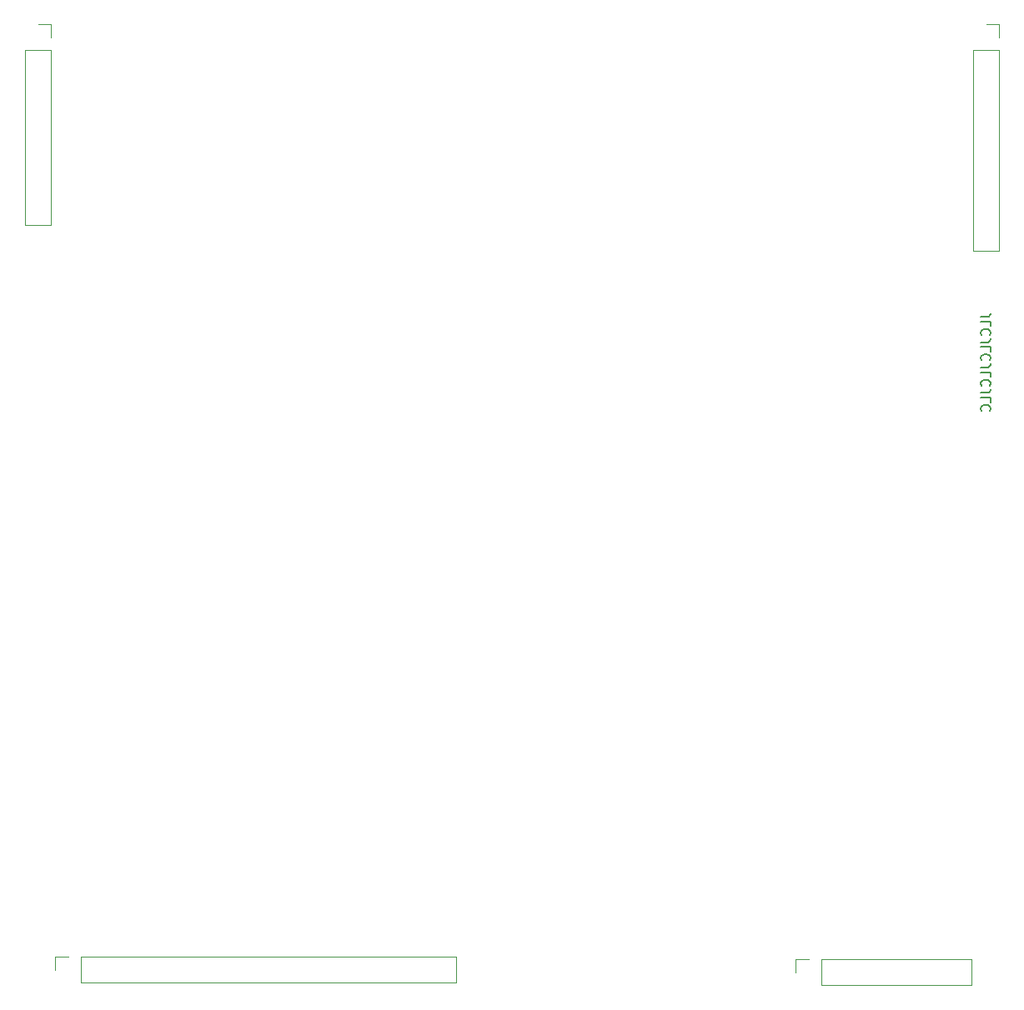
<source format=gbr>
%TF.GenerationSoftware,KiCad,Pcbnew,(6.0.0-0)*%
%TF.CreationDate,2022-03-10T23:02:49-05:00*%
%TF.ProjectId,memory,6d656d6f-7279-42e6-9b69-6361645f7063,rev?*%
%TF.SameCoordinates,Original*%
%TF.FileFunction,Legend,Bot*%
%TF.FilePolarity,Positive*%
%FSLAX46Y46*%
G04 Gerber Fmt 4.6, Leading zero omitted, Abs format (unit mm)*
G04 Created by KiCad (PCBNEW (6.0.0-0)) date 2022-03-10 23:02:49*
%MOMM*%
%LPD*%
G01*
G04 APERTURE LIST*
%ADD10C,0.150000*%
%ADD11C,0.120000*%
G04 APERTURE END LIST*
D10*
X179792380Y-56086952D02*
X180506666Y-56086952D01*
X180649523Y-56039333D01*
X180744761Y-55944095D01*
X180792380Y-55801238D01*
X180792380Y-55706000D01*
X180792380Y-57039333D02*
X180792380Y-56563142D01*
X179792380Y-56563142D01*
X180697142Y-57944095D02*
X180744761Y-57896476D01*
X180792380Y-57753619D01*
X180792380Y-57658380D01*
X180744761Y-57515523D01*
X180649523Y-57420285D01*
X180554285Y-57372666D01*
X180363809Y-57325047D01*
X180220952Y-57325047D01*
X180030476Y-57372666D01*
X179935238Y-57420285D01*
X179840000Y-57515523D01*
X179792380Y-57658380D01*
X179792380Y-57753619D01*
X179840000Y-57896476D01*
X179887619Y-57944095D01*
X179792380Y-58658380D02*
X180506666Y-58658380D01*
X180649523Y-58610761D01*
X180744761Y-58515523D01*
X180792380Y-58372666D01*
X180792380Y-58277428D01*
X180792380Y-59610761D02*
X180792380Y-59134571D01*
X179792380Y-59134571D01*
X180697142Y-60515523D02*
X180744761Y-60467904D01*
X180792380Y-60325047D01*
X180792380Y-60229809D01*
X180744761Y-60086952D01*
X180649523Y-59991714D01*
X180554285Y-59944095D01*
X180363809Y-59896476D01*
X180220952Y-59896476D01*
X180030476Y-59944095D01*
X179935238Y-59991714D01*
X179840000Y-60086952D01*
X179792380Y-60229809D01*
X179792380Y-60325047D01*
X179840000Y-60467904D01*
X179887619Y-60515523D01*
X179792380Y-61229809D02*
X180506666Y-61229809D01*
X180649523Y-61182190D01*
X180744761Y-61086952D01*
X180792380Y-60944095D01*
X180792380Y-60848857D01*
X180792380Y-62182190D02*
X180792380Y-61706000D01*
X179792380Y-61706000D01*
X180697142Y-63086952D02*
X180744761Y-63039333D01*
X180792380Y-62896476D01*
X180792380Y-62801238D01*
X180744761Y-62658380D01*
X180649523Y-62563142D01*
X180554285Y-62515523D01*
X180363809Y-62467904D01*
X180220952Y-62467904D01*
X180030476Y-62515523D01*
X179935238Y-62563142D01*
X179840000Y-62658380D01*
X179792380Y-62801238D01*
X179792380Y-62896476D01*
X179840000Y-63039333D01*
X179887619Y-63086952D01*
X179792380Y-63801238D02*
X180506666Y-63801238D01*
X180649523Y-63753619D01*
X180744761Y-63658380D01*
X180792380Y-63515523D01*
X180792380Y-63420285D01*
X180792380Y-64753619D02*
X180792380Y-64277428D01*
X179792380Y-64277428D01*
X180697142Y-65658380D02*
X180744761Y-65610761D01*
X180792380Y-65467904D01*
X180792380Y-65372666D01*
X180744761Y-65229809D01*
X180649523Y-65134571D01*
X180554285Y-65086952D01*
X180363809Y-65039333D01*
X180220952Y-65039333D01*
X180030476Y-65086952D01*
X179935238Y-65134571D01*
X179840000Y-65229809D01*
X179792380Y-65372666D01*
X179792380Y-65467904D01*
X179840000Y-65610761D01*
X179887619Y-65658380D01*
D11*
%TO.C,J2*%
X85404000Y-28956000D02*
X82744000Y-28956000D01*
X85404000Y-26356000D02*
X84074000Y-26356000D01*
X85404000Y-28956000D02*
X85404000Y-46796000D01*
X85404000Y-27686000D02*
X85404000Y-26356000D01*
X82744000Y-28956000D02*
X82744000Y-46796000D01*
X85404000Y-46796000D02*
X82744000Y-46796000D01*
%TO.C,J4*%
X179010000Y-28966000D02*
X179010000Y-49346000D01*
X181670000Y-27696000D02*
X181670000Y-26366000D01*
X181670000Y-26366000D02*
X180340000Y-26366000D01*
X181670000Y-28966000D02*
X179010000Y-28966000D01*
X181670000Y-28966000D02*
X181670000Y-49346000D01*
X181670000Y-49346000D02*
X179010000Y-49346000D01*
%TO.C,J1*%
X163576000Y-121352000D02*
X163576000Y-124012000D01*
X163576000Y-121352000D02*
X178876000Y-121352000D01*
X162306000Y-121352000D02*
X160976000Y-121352000D01*
X178876000Y-121352000D02*
X178876000Y-124012000D01*
X160976000Y-121352000D02*
X160976000Y-122682000D01*
X163576000Y-124012000D02*
X178876000Y-124012000D01*
%TO.C,J3*%
X126552000Y-121098000D02*
X126552000Y-123758000D01*
X88392000Y-121098000D02*
X88392000Y-123758000D01*
X85792000Y-121098000D02*
X85792000Y-122428000D01*
X88392000Y-123758000D02*
X126552000Y-123758000D01*
X87122000Y-121098000D02*
X85792000Y-121098000D01*
X88392000Y-121098000D02*
X126552000Y-121098000D01*
%TD*%
M02*

</source>
